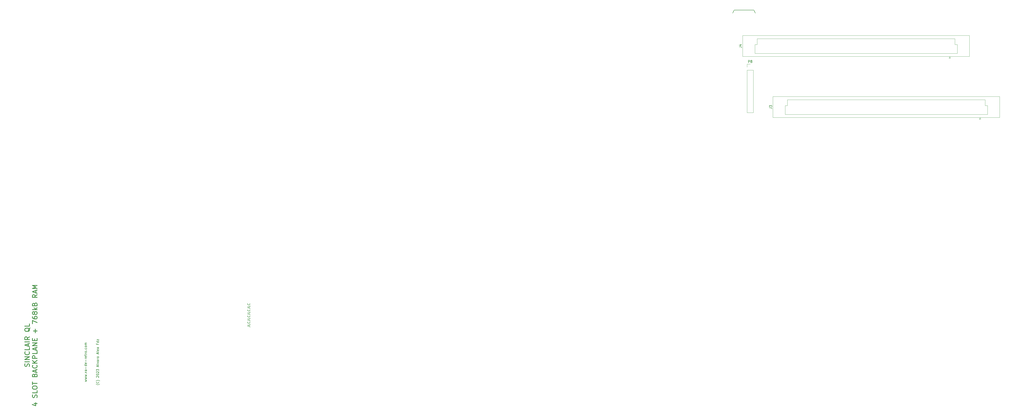
<source format=gbr>
%TF.GenerationSoftware,KiCad,Pcbnew,7.0.11+1*%
%TF.CreationDate,2024-05-02T20:53:07+02:00*%
%TF.ProjectId,Thor_20_backplane,54686f72-5f32-4305-9f62-61636b706c61,0.1*%
%TF.SameCoordinates,Original*%
%TF.FileFunction,Legend,Top*%
%TF.FilePolarity,Positive*%
%FSLAX46Y46*%
G04 Gerber Fmt 4.6, Leading zero omitted, Abs format (unit mm)*
G04 Created by KiCad (PCBNEW 7.0.11+1) date 2024-05-02 20:53:07*
%MOMM*%
%LPD*%
G01*
G04 APERTURE LIST*
%ADD10C,0.150000*%
%ADD11C,0.300000*%
%ADD12C,0.120000*%
G04 APERTURE END LIST*
D10*
X130270000Y-45720000D02*
X130905000Y-44450000D01*
X130905000Y-44450000D02*
X139160000Y-44450000D01*
X139160000Y-44450000D02*
X139795000Y-45720000D01*
X-73475180Y-177339048D02*
X-72760895Y-177339048D01*
X-72760895Y-177339048D02*
X-72618038Y-177386667D01*
X-72618038Y-177386667D02*
X-72522800Y-177481905D01*
X-72522800Y-177481905D02*
X-72475180Y-177624762D01*
X-72475180Y-177624762D02*
X-72475180Y-177720000D01*
X-72475180Y-176386667D02*
X-72475180Y-176862857D01*
X-72475180Y-176862857D02*
X-73475180Y-176862857D01*
X-72570419Y-175481905D02*
X-72522800Y-175529524D01*
X-72522800Y-175529524D02*
X-72475180Y-175672381D01*
X-72475180Y-175672381D02*
X-72475180Y-175767619D01*
X-72475180Y-175767619D02*
X-72522800Y-175910476D01*
X-72522800Y-175910476D02*
X-72618038Y-176005714D01*
X-72618038Y-176005714D02*
X-72713276Y-176053333D01*
X-72713276Y-176053333D02*
X-72903752Y-176100952D01*
X-72903752Y-176100952D02*
X-73046609Y-176100952D01*
X-73046609Y-176100952D02*
X-73237085Y-176053333D01*
X-73237085Y-176053333D02*
X-73332323Y-176005714D01*
X-73332323Y-176005714D02*
X-73427561Y-175910476D01*
X-73427561Y-175910476D02*
X-73475180Y-175767619D01*
X-73475180Y-175767619D02*
X-73475180Y-175672381D01*
X-73475180Y-175672381D02*
X-73427561Y-175529524D01*
X-73427561Y-175529524D02*
X-73379942Y-175481905D01*
X-73475180Y-174767619D02*
X-72760895Y-174767619D01*
X-72760895Y-174767619D02*
X-72618038Y-174815238D01*
X-72618038Y-174815238D02*
X-72522800Y-174910476D01*
X-72522800Y-174910476D02*
X-72475180Y-175053333D01*
X-72475180Y-175053333D02*
X-72475180Y-175148571D01*
X-72475180Y-173815238D02*
X-72475180Y-174291428D01*
X-72475180Y-174291428D02*
X-73475180Y-174291428D01*
X-72570419Y-172910476D02*
X-72522800Y-172958095D01*
X-72522800Y-172958095D02*
X-72475180Y-173100952D01*
X-72475180Y-173100952D02*
X-72475180Y-173196190D01*
X-72475180Y-173196190D02*
X-72522800Y-173339047D01*
X-72522800Y-173339047D02*
X-72618038Y-173434285D01*
X-72618038Y-173434285D02*
X-72713276Y-173481904D01*
X-72713276Y-173481904D02*
X-72903752Y-173529523D01*
X-72903752Y-173529523D02*
X-73046609Y-173529523D01*
X-73046609Y-173529523D02*
X-73237085Y-173481904D01*
X-73237085Y-173481904D02*
X-73332323Y-173434285D01*
X-73332323Y-173434285D02*
X-73427561Y-173339047D01*
X-73427561Y-173339047D02*
X-73475180Y-173196190D01*
X-73475180Y-173196190D02*
X-73475180Y-173100952D01*
X-73475180Y-173100952D02*
X-73427561Y-172958095D01*
X-73427561Y-172958095D02*
X-73379942Y-172910476D01*
X-73475180Y-172196190D02*
X-72760895Y-172196190D01*
X-72760895Y-172196190D02*
X-72618038Y-172243809D01*
X-72618038Y-172243809D02*
X-72522800Y-172339047D01*
X-72522800Y-172339047D02*
X-72475180Y-172481904D01*
X-72475180Y-172481904D02*
X-72475180Y-172577142D01*
X-72475180Y-171243809D02*
X-72475180Y-171719999D01*
X-72475180Y-171719999D02*
X-73475180Y-171719999D01*
X-72570419Y-170339047D02*
X-72522800Y-170386666D01*
X-72522800Y-170386666D02*
X-72475180Y-170529523D01*
X-72475180Y-170529523D02*
X-72475180Y-170624761D01*
X-72475180Y-170624761D02*
X-72522800Y-170767618D01*
X-72522800Y-170767618D02*
X-72618038Y-170862856D01*
X-72618038Y-170862856D02*
X-72713276Y-170910475D01*
X-72713276Y-170910475D02*
X-72903752Y-170958094D01*
X-72903752Y-170958094D02*
X-73046609Y-170958094D01*
X-73046609Y-170958094D02*
X-73237085Y-170910475D01*
X-73237085Y-170910475D02*
X-73332323Y-170862856D01*
X-73332323Y-170862856D02*
X-73427561Y-170767618D01*
X-73427561Y-170767618D02*
X-73475180Y-170624761D01*
X-73475180Y-170624761D02*
X-73475180Y-170529523D01*
X-73475180Y-170529523D02*
X-73427561Y-170386666D01*
X-73427561Y-170386666D02*
X-73379942Y-170339047D01*
X-73475180Y-169624761D02*
X-72760895Y-169624761D01*
X-72760895Y-169624761D02*
X-72618038Y-169672380D01*
X-72618038Y-169672380D02*
X-72522800Y-169767618D01*
X-72522800Y-169767618D02*
X-72475180Y-169910475D01*
X-72475180Y-169910475D02*
X-72475180Y-170005713D01*
X-72475180Y-168672380D02*
X-72475180Y-169148570D01*
X-72475180Y-169148570D02*
X-73475180Y-169148570D01*
X-72570419Y-167767618D02*
X-72522800Y-167815237D01*
X-72522800Y-167815237D02*
X-72475180Y-167958094D01*
X-72475180Y-167958094D02*
X-72475180Y-168053332D01*
X-72475180Y-168053332D02*
X-72522800Y-168196189D01*
X-72522800Y-168196189D02*
X-72618038Y-168291427D01*
X-72618038Y-168291427D02*
X-72713276Y-168339046D01*
X-72713276Y-168339046D02*
X-72903752Y-168386665D01*
X-72903752Y-168386665D02*
X-73046609Y-168386665D01*
X-73046609Y-168386665D02*
X-73237085Y-168339046D01*
X-73237085Y-168339046D02*
X-73332323Y-168291427D01*
X-73332323Y-168291427D02*
X-73427561Y-168196189D01*
X-73427561Y-168196189D02*
X-73475180Y-168053332D01*
X-73475180Y-168053332D02*
X-73475180Y-167958094D01*
X-73475180Y-167958094D02*
X-73427561Y-167815237D01*
X-73427561Y-167815237D02*
X-73379942Y-167767618D01*
D11*
X-165165600Y-194277143D02*
X-165070361Y-193991429D01*
X-165070361Y-193991429D02*
X-165070361Y-193515238D01*
X-165070361Y-193515238D02*
X-165165600Y-193324762D01*
X-165165600Y-193324762D02*
X-165260838Y-193229524D01*
X-165260838Y-193229524D02*
X-165451314Y-193134286D01*
X-165451314Y-193134286D02*
X-165641790Y-193134286D01*
X-165641790Y-193134286D02*
X-165832266Y-193229524D01*
X-165832266Y-193229524D02*
X-165927504Y-193324762D01*
X-165927504Y-193324762D02*
X-166022742Y-193515238D01*
X-166022742Y-193515238D02*
X-166117980Y-193896191D01*
X-166117980Y-193896191D02*
X-166213219Y-194086667D01*
X-166213219Y-194086667D02*
X-166308457Y-194181905D01*
X-166308457Y-194181905D02*
X-166498933Y-194277143D01*
X-166498933Y-194277143D02*
X-166689409Y-194277143D01*
X-166689409Y-194277143D02*
X-166879885Y-194181905D01*
X-166879885Y-194181905D02*
X-166975123Y-194086667D01*
X-166975123Y-194086667D02*
X-167070361Y-193896191D01*
X-167070361Y-193896191D02*
X-167070361Y-193420000D01*
X-167070361Y-193420000D02*
X-166975123Y-193134286D01*
X-165070361Y-192277143D02*
X-167070361Y-192277143D01*
X-165070361Y-191324762D02*
X-167070361Y-191324762D01*
X-167070361Y-191324762D02*
X-165070361Y-190181905D01*
X-165070361Y-190181905D02*
X-167070361Y-190181905D01*
X-165260838Y-188086667D02*
X-165165600Y-188181905D01*
X-165165600Y-188181905D02*
X-165070361Y-188467619D01*
X-165070361Y-188467619D02*
X-165070361Y-188658095D01*
X-165070361Y-188658095D02*
X-165165600Y-188943810D01*
X-165165600Y-188943810D02*
X-165356076Y-189134286D01*
X-165356076Y-189134286D02*
X-165546552Y-189229524D01*
X-165546552Y-189229524D02*
X-165927504Y-189324762D01*
X-165927504Y-189324762D02*
X-166213219Y-189324762D01*
X-166213219Y-189324762D02*
X-166594171Y-189229524D01*
X-166594171Y-189229524D02*
X-166784647Y-189134286D01*
X-166784647Y-189134286D02*
X-166975123Y-188943810D01*
X-166975123Y-188943810D02*
X-167070361Y-188658095D01*
X-167070361Y-188658095D02*
X-167070361Y-188467619D01*
X-167070361Y-188467619D02*
X-166975123Y-188181905D01*
X-166975123Y-188181905D02*
X-166879885Y-188086667D01*
X-165070361Y-186277143D02*
X-165070361Y-187229524D01*
X-165070361Y-187229524D02*
X-167070361Y-187229524D01*
X-165641790Y-185705714D02*
X-165641790Y-184753333D01*
X-165070361Y-185896190D02*
X-167070361Y-185229524D01*
X-167070361Y-185229524D02*
X-165070361Y-184562857D01*
X-165070361Y-183896190D02*
X-167070361Y-183896190D01*
X-165070361Y-181800952D02*
X-166022742Y-182467619D01*
X-165070361Y-182943809D02*
X-167070361Y-182943809D01*
X-167070361Y-182943809D02*
X-167070361Y-182181904D01*
X-167070361Y-182181904D02*
X-166975123Y-181991428D01*
X-166975123Y-181991428D02*
X-166879885Y-181896190D01*
X-166879885Y-181896190D02*
X-166689409Y-181800952D01*
X-166689409Y-181800952D02*
X-166403695Y-181800952D01*
X-166403695Y-181800952D02*
X-166213219Y-181896190D01*
X-166213219Y-181896190D02*
X-166117980Y-181991428D01*
X-166117980Y-181991428D02*
X-166022742Y-182181904D01*
X-166022742Y-182181904D02*
X-166022742Y-182943809D01*
X-164879885Y-178086666D02*
X-164975123Y-178277142D01*
X-164975123Y-178277142D02*
X-165165600Y-178467618D01*
X-165165600Y-178467618D02*
X-165451314Y-178753332D01*
X-165451314Y-178753332D02*
X-165546552Y-178943809D01*
X-165546552Y-178943809D02*
X-165546552Y-179134285D01*
X-165070361Y-179039047D02*
X-165165600Y-179229523D01*
X-165165600Y-179229523D02*
X-165356076Y-179419999D01*
X-165356076Y-179419999D02*
X-165737028Y-179515237D01*
X-165737028Y-179515237D02*
X-166403695Y-179515237D01*
X-166403695Y-179515237D02*
X-166784647Y-179419999D01*
X-166784647Y-179419999D02*
X-166975123Y-179229523D01*
X-166975123Y-179229523D02*
X-167070361Y-179039047D01*
X-167070361Y-179039047D02*
X-167070361Y-178658094D01*
X-167070361Y-178658094D02*
X-166975123Y-178467618D01*
X-166975123Y-178467618D02*
X-166784647Y-178277142D01*
X-166784647Y-178277142D02*
X-166403695Y-178181904D01*
X-166403695Y-178181904D02*
X-165737028Y-178181904D01*
X-165737028Y-178181904D02*
X-165356076Y-178277142D01*
X-165356076Y-178277142D02*
X-165165600Y-178467618D01*
X-165165600Y-178467618D02*
X-165070361Y-178658094D01*
X-165070361Y-178658094D02*
X-165070361Y-179039047D01*
X-165070361Y-176372380D02*
X-165070361Y-177324761D01*
X-165070361Y-177324761D02*
X-167070361Y-177324761D01*
X-163183695Y-209800954D02*
X-161850361Y-209800954D01*
X-163945600Y-210277145D02*
X-162517028Y-210753335D01*
X-162517028Y-210753335D02*
X-162517028Y-209515240D01*
X-161945600Y-207324763D02*
X-161850361Y-207039049D01*
X-161850361Y-207039049D02*
X-161850361Y-206562858D01*
X-161850361Y-206562858D02*
X-161945600Y-206372382D01*
X-161945600Y-206372382D02*
X-162040838Y-206277144D01*
X-162040838Y-206277144D02*
X-162231314Y-206181906D01*
X-162231314Y-206181906D02*
X-162421790Y-206181906D01*
X-162421790Y-206181906D02*
X-162612266Y-206277144D01*
X-162612266Y-206277144D02*
X-162707504Y-206372382D01*
X-162707504Y-206372382D02*
X-162802742Y-206562858D01*
X-162802742Y-206562858D02*
X-162897980Y-206943811D01*
X-162897980Y-206943811D02*
X-162993219Y-207134287D01*
X-162993219Y-207134287D02*
X-163088457Y-207229525D01*
X-163088457Y-207229525D02*
X-163278933Y-207324763D01*
X-163278933Y-207324763D02*
X-163469409Y-207324763D01*
X-163469409Y-207324763D02*
X-163659885Y-207229525D01*
X-163659885Y-207229525D02*
X-163755123Y-207134287D01*
X-163755123Y-207134287D02*
X-163850361Y-206943811D01*
X-163850361Y-206943811D02*
X-163850361Y-206467620D01*
X-163850361Y-206467620D02*
X-163755123Y-206181906D01*
X-161850361Y-204372382D02*
X-161850361Y-205324763D01*
X-161850361Y-205324763D02*
X-163850361Y-205324763D01*
X-163850361Y-203324763D02*
X-163850361Y-202943810D01*
X-163850361Y-202943810D02*
X-163755123Y-202753334D01*
X-163755123Y-202753334D02*
X-163564647Y-202562858D01*
X-163564647Y-202562858D02*
X-163183695Y-202467620D01*
X-163183695Y-202467620D02*
X-162517028Y-202467620D01*
X-162517028Y-202467620D02*
X-162136076Y-202562858D01*
X-162136076Y-202562858D02*
X-161945600Y-202753334D01*
X-161945600Y-202753334D02*
X-161850361Y-202943810D01*
X-161850361Y-202943810D02*
X-161850361Y-203324763D01*
X-161850361Y-203324763D02*
X-161945600Y-203515239D01*
X-161945600Y-203515239D02*
X-162136076Y-203705715D01*
X-162136076Y-203705715D02*
X-162517028Y-203800953D01*
X-162517028Y-203800953D02*
X-163183695Y-203800953D01*
X-163183695Y-203800953D02*
X-163564647Y-203705715D01*
X-163564647Y-203705715D02*
X-163755123Y-203515239D01*
X-163755123Y-203515239D02*
X-163850361Y-203324763D01*
X-163850361Y-201896191D02*
X-163850361Y-200753334D01*
X-161850361Y-201324763D02*
X-163850361Y-201324763D01*
X-162897980Y-197896190D02*
X-162802742Y-197610476D01*
X-162802742Y-197610476D02*
X-162707504Y-197515238D01*
X-162707504Y-197515238D02*
X-162517028Y-197420000D01*
X-162517028Y-197420000D02*
X-162231314Y-197420000D01*
X-162231314Y-197420000D02*
X-162040838Y-197515238D01*
X-162040838Y-197515238D02*
X-161945600Y-197610476D01*
X-161945600Y-197610476D02*
X-161850361Y-197800952D01*
X-161850361Y-197800952D02*
X-161850361Y-198562857D01*
X-161850361Y-198562857D02*
X-163850361Y-198562857D01*
X-163850361Y-198562857D02*
X-163850361Y-197896190D01*
X-163850361Y-197896190D02*
X-163755123Y-197705714D01*
X-163755123Y-197705714D02*
X-163659885Y-197610476D01*
X-163659885Y-197610476D02*
X-163469409Y-197515238D01*
X-163469409Y-197515238D02*
X-163278933Y-197515238D01*
X-163278933Y-197515238D02*
X-163088457Y-197610476D01*
X-163088457Y-197610476D02*
X-162993219Y-197705714D01*
X-162993219Y-197705714D02*
X-162897980Y-197896190D01*
X-162897980Y-197896190D02*
X-162897980Y-198562857D01*
X-162421790Y-196658095D02*
X-162421790Y-195705714D01*
X-161850361Y-196848571D02*
X-163850361Y-196181905D01*
X-163850361Y-196181905D02*
X-161850361Y-195515238D01*
X-162040838Y-193705714D02*
X-161945600Y-193800952D01*
X-161945600Y-193800952D02*
X-161850361Y-194086666D01*
X-161850361Y-194086666D02*
X-161850361Y-194277142D01*
X-161850361Y-194277142D02*
X-161945600Y-194562857D01*
X-161945600Y-194562857D02*
X-162136076Y-194753333D01*
X-162136076Y-194753333D02*
X-162326552Y-194848571D01*
X-162326552Y-194848571D02*
X-162707504Y-194943809D01*
X-162707504Y-194943809D02*
X-162993219Y-194943809D01*
X-162993219Y-194943809D02*
X-163374171Y-194848571D01*
X-163374171Y-194848571D02*
X-163564647Y-194753333D01*
X-163564647Y-194753333D02*
X-163755123Y-194562857D01*
X-163755123Y-194562857D02*
X-163850361Y-194277142D01*
X-163850361Y-194277142D02*
X-163850361Y-194086666D01*
X-163850361Y-194086666D02*
X-163755123Y-193800952D01*
X-163755123Y-193800952D02*
X-163659885Y-193705714D01*
X-161850361Y-192848571D02*
X-163850361Y-192848571D01*
X-161850361Y-191705714D02*
X-162993219Y-192562857D01*
X-163850361Y-191705714D02*
X-162707504Y-192848571D01*
X-161850361Y-190848571D02*
X-163850361Y-190848571D01*
X-163850361Y-190848571D02*
X-163850361Y-190086666D01*
X-163850361Y-190086666D02*
X-163755123Y-189896190D01*
X-163755123Y-189896190D02*
X-163659885Y-189800952D01*
X-163659885Y-189800952D02*
X-163469409Y-189705714D01*
X-163469409Y-189705714D02*
X-163183695Y-189705714D01*
X-163183695Y-189705714D02*
X-162993219Y-189800952D01*
X-162993219Y-189800952D02*
X-162897980Y-189896190D01*
X-162897980Y-189896190D02*
X-162802742Y-190086666D01*
X-162802742Y-190086666D02*
X-162802742Y-190848571D01*
X-161850361Y-187896190D02*
X-161850361Y-188848571D01*
X-161850361Y-188848571D02*
X-163850361Y-188848571D01*
X-162421790Y-187324761D02*
X-162421790Y-186372380D01*
X-161850361Y-187515237D02*
X-163850361Y-186848571D01*
X-163850361Y-186848571D02*
X-161850361Y-186181904D01*
X-161850361Y-185515237D02*
X-163850361Y-185515237D01*
X-163850361Y-185515237D02*
X-161850361Y-184372380D01*
X-161850361Y-184372380D02*
X-163850361Y-184372380D01*
X-162897980Y-183419999D02*
X-162897980Y-182753332D01*
X-161850361Y-182467618D02*
X-161850361Y-183419999D01*
X-161850361Y-183419999D02*
X-163850361Y-183419999D01*
X-163850361Y-183419999D02*
X-163850361Y-182467618D01*
X-162612266Y-180086665D02*
X-162612266Y-178562856D01*
X-161850361Y-179324760D02*
X-163374171Y-179324760D01*
X-163850361Y-176277141D02*
X-163850361Y-174943808D01*
X-163850361Y-174943808D02*
X-161850361Y-175800951D01*
X-163850361Y-173324760D02*
X-163850361Y-173705713D01*
X-163850361Y-173705713D02*
X-163755123Y-173896189D01*
X-163755123Y-173896189D02*
X-163659885Y-173991427D01*
X-163659885Y-173991427D02*
X-163374171Y-174181903D01*
X-163374171Y-174181903D02*
X-162993219Y-174277141D01*
X-162993219Y-174277141D02*
X-162231314Y-174277141D01*
X-162231314Y-174277141D02*
X-162040838Y-174181903D01*
X-162040838Y-174181903D02*
X-161945600Y-174086665D01*
X-161945600Y-174086665D02*
X-161850361Y-173896189D01*
X-161850361Y-173896189D02*
X-161850361Y-173515236D01*
X-161850361Y-173515236D02*
X-161945600Y-173324760D01*
X-161945600Y-173324760D02*
X-162040838Y-173229522D01*
X-162040838Y-173229522D02*
X-162231314Y-173134284D01*
X-162231314Y-173134284D02*
X-162707504Y-173134284D01*
X-162707504Y-173134284D02*
X-162897980Y-173229522D01*
X-162897980Y-173229522D02*
X-162993219Y-173324760D01*
X-162993219Y-173324760D02*
X-163088457Y-173515236D01*
X-163088457Y-173515236D02*
X-163088457Y-173896189D01*
X-163088457Y-173896189D02*
X-162993219Y-174086665D01*
X-162993219Y-174086665D02*
X-162897980Y-174181903D01*
X-162897980Y-174181903D02*
X-162707504Y-174277141D01*
X-162993219Y-171991427D02*
X-163088457Y-172181903D01*
X-163088457Y-172181903D02*
X-163183695Y-172277141D01*
X-163183695Y-172277141D02*
X-163374171Y-172372379D01*
X-163374171Y-172372379D02*
X-163469409Y-172372379D01*
X-163469409Y-172372379D02*
X-163659885Y-172277141D01*
X-163659885Y-172277141D02*
X-163755123Y-172181903D01*
X-163755123Y-172181903D02*
X-163850361Y-171991427D01*
X-163850361Y-171991427D02*
X-163850361Y-171610474D01*
X-163850361Y-171610474D02*
X-163755123Y-171419998D01*
X-163755123Y-171419998D02*
X-163659885Y-171324760D01*
X-163659885Y-171324760D02*
X-163469409Y-171229522D01*
X-163469409Y-171229522D02*
X-163374171Y-171229522D01*
X-163374171Y-171229522D02*
X-163183695Y-171324760D01*
X-163183695Y-171324760D02*
X-163088457Y-171419998D01*
X-163088457Y-171419998D02*
X-162993219Y-171610474D01*
X-162993219Y-171610474D02*
X-162993219Y-171991427D01*
X-162993219Y-171991427D02*
X-162897980Y-172181903D01*
X-162897980Y-172181903D02*
X-162802742Y-172277141D01*
X-162802742Y-172277141D02*
X-162612266Y-172372379D01*
X-162612266Y-172372379D02*
X-162231314Y-172372379D01*
X-162231314Y-172372379D02*
X-162040838Y-172277141D01*
X-162040838Y-172277141D02*
X-161945600Y-172181903D01*
X-161945600Y-172181903D02*
X-161850361Y-171991427D01*
X-161850361Y-171991427D02*
X-161850361Y-171610474D01*
X-161850361Y-171610474D02*
X-161945600Y-171419998D01*
X-161945600Y-171419998D02*
X-162040838Y-171324760D01*
X-162040838Y-171324760D02*
X-162231314Y-171229522D01*
X-162231314Y-171229522D02*
X-162612266Y-171229522D01*
X-162612266Y-171229522D02*
X-162802742Y-171324760D01*
X-162802742Y-171324760D02*
X-162897980Y-171419998D01*
X-162897980Y-171419998D02*
X-162993219Y-171610474D01*
X-161850361Y-170372379D02*
X-163850361Y-170372379D01*
X-162612266Y-170181903D02*
X-161850361Y-169610474D01*
X-163183695Y-169610474D02*
X-162421790Y-170372379D01*
X-162897980Y-168086664D02*
X-162802742Y-167800950D01*
X-162802742Y-167800950D02*
X-162707504Y-167705712D01*
X-162707504Y-167705712D02*
X-162517028Y-167610474D01*
X-162517028Y-167610474D02*
X-162231314Y-167610474D01*
X-162231314Y-167610474D02*
X-162040838Y-167705712D01*
X-162040838Y-167705712D02*
X-161945600Y-167800950D01*
X-161945600Y-167800950D02*
X-161850361Y-167991426D01*
X-161850361Y-167991426D02*
X-161850361Y-168753331D01*
X-161850361Y-168753331D02*
X-163850361Y-168753331D01*
X-163850361Y-168753331D02*
X-163850361Y-168086664D01*
X-163850361Y-168086664D02*
X-163755123Y-167896188D01*
X-163755123Y-167896188D02*
X-163659885Y-167800950D01*
X-163659885Y-167800950D02*
X-163469409Y-167705712D01*
X-163469409Y-167705712D02*
X-163278933Y-167705712D01*
X-163278933Y-167705712D02*
X-163088457Y-167800950D01*
X-163088457Y-167800950D02*
X-162993219Y-167896188D01*
X-162993219Y-167896188D02*
X-162897980Y-168086664D01*
X-162897980Y-168086664D02*
X-162897980Y-168753331D01*
X-161850361Y-164086664D02*
X-162802742Y-164753331D01*
X-161850361Y-165229521D02*
X-163850361Y-165229521D01*
X-163850361Y-165229521D02*
X-163850361Y-164467616D01*
X-163850361Y-164467616D02*
X-163755123Y-164277140D01*
X-163755123Y-164277140D02*
X-163659885Y-164181902D01*
X-163659885Y-164181902D02*
X-163469409Y-164086664D01*
X-163469409Y-164086664D02*
X-163183695Y-164086664D01*
X-163183695Y-164086664D02*
X-162993219Y-164181902D01*
X-162993219Y-164181902D02*
X-162897980Y-164277140D01*
X-162897980Y-164277140D02*
X-162802742Y-164467616D01*
X-162802742Y-164467616D02*
X-162802742Y-165229521D01*
X-162421790Y-163324759D02*
X-162421790Y-162372378D01*
X-161850361Y-163515235D02*
X-163850361Y-162848569D01*
X-163850361Y-162848569D02*
X-161850361Y-162181902D01*
X-161850361Y-161515235D02*
X-163850361Y-161515235D01*
X-163850361Y-161515235D02*
X-162421790Y-160848568D01*
X-162421790Y-160848568D02*
X-163850361Y-160181902D01*
X-163850361Y-160181902D02*
X-161850361Y-160181902D01*
D10*
X-141721847Y-200595475D02*
X-141055180Y-200404999D01*
X-141055180Y-200404999D02*
X-141531371Y-200214523D01*
X-141531371Y-200214523D02*
X-141055180Y-200024047D01*
X-141055180Y-200024047D02*
X-141721847Y-199833571D01*
X-141721847Y-199547856D02*
X-141055180Y-199357380D01*
X-141055180Y-199357380D02*
X-141531371Y-199166904D01*
X-141531371Y-199166904D02*
X-141055180Y-198976428D01*
X-141055180Y-198976428D02*
X-141721847Y-198785952D01*
X-141721847Y-198500237D02*
X-141055180Y-198309761D01*
X-141055180Y-198309761D02*
X-141531371Y-198119285D01*
X-141531371Y-198119285D02*
X-141055180Y-197928809D01*
X-141055180Y-197928809D02*
X-141721847Y-197738333D01*
X-141150419Y-197357380D02*
X-141102800Y-197309761D01*
X-141102800Y-197309761D02*
X-141055180Y-197357380D01*
X-141055180Y-197357380D02*
X-141102800Y-197404999D01*
X-141102800Y-197404999D02*
X-141150419Y-197357380D01*
X-141150419Y-197357380D02*
X-141055180Y-197357380D01*
X-141721847Y-196976428D02*
X-141055180Y-196738333D01*
X-141055180Y-196738333D02*
X-141721847Y-196500238D01*
X-141055180Y-195690714D02*
X-141578990Y-195690714D01*
X-141578990Y-195690714D02*
X-141674228Y-195738333D01*
X-141674228Y-195738333D02*
X-141721847Y-195833571D01*
X-141721847Y-195833571D02*
X-141721847Y-196024047D01*
X-141721847Y-196024047D02*
X-141674228Y-196119285D01*
X-141102800Y-195690714D02*
X-141055180Y-195785952D01*
X-141055180Y-195785952D02*
X-141055180Y-196024047D01*
X-141055180Y-196024047D02*
X-141102800Y-196119285D01*
X-141102800Y-196119285D02*
X-141198038Y-196166904D01*
X-141198038Y-196166904D02*
X-141293276Y-196166904D01*
X-141293276Y-196166904D02*
X-141388514Y-196119285D01*
X-141388514Y-196119285D02*
X-141436133Y-196024047D01*
X-141436133Y-196024047D02*
X-141436133Y-195785952D01*
X-141436133Y-195785952D02*
X-141483752Y-195690714D01*
X-141436133Y-195214523D02*
X-141436133Y-194452619D01*
X-141055180Y-193547857D02*
X-142055180Y-193547857D01*
X-141102800Y-193547857D02*
X-141055180Y-193643095D01*
X-141055180Y-193643095D02*
X-141055180Y-193833571D01*
X-141055180Y-193833571D02*
X-141102800Y-193928809D01*
X-141102800Y-193928809D02*
X-141150419Y-193976428D01*
X-141150419Y-193976428D02*
X-141245657Y-194024047D01*
X-141245657Y-194024047D02*
X-141531371Y-194024047D01*
X-141531371Y-194024047D02*
X-141626609Y-193976428D01*
X-141626609Y-193976428D02*
X-141674228Y-193928809D01*
X-141674228Y-193928809D02*
X-141721847Y-193833571D01*
X-141721847Y-193833571D02*
X-141721847Y-193643095D01*
X-141721847Y-193643095D02*
X-141674228Y-193547857D01*
X-141102800Y-192690714D02*
X-141055180Y-192785952D01*
X-141055180Y-192785952D02*
X-141055180Y-192976428D01*
X-141055180Y-192976428D02*
X-141102800Y-193071666D01*
X-141102800Y-193071666D02*
X-141198038Y-193119285D01*
X-141198038Y-193119285D02*
X-141578990Y-193119285D01*
X-141578990Y-193119285D02*
X-141674228Y-193071666D01*
X-141674228Y-193071666D02*
X-141721847Y-192976428D01*
X-141721847Y-192976428D02*
X-141721847Y-192785952D01*
X-141721847Y-192785952D02*
X-141674228Y-192690714D01*
X-141674228Y-192690714D02*
X-141578990Y-192643095D01*
X-141578990Y-192643095D02*
X-141483752Y-192643095D01*
X-141483752Y-192643095D02*
X-141388514Y-193119285D01*
X-141436133Y-192214523D02*
X-141436133Y-191452619D01*
X-141055180Y-190976428D02*
X-141721847Y-190976428D01*
X-141531371Y-190976428D02*
X-141626609Y-190928809D01*
X-141626609Y-190928809D02*
X-141674228Y-190881190D01*
X-141674228Y-190881190D02*
X-141721847Y-190785952D01*
X-141721847Y-190785952D02*
X-141721847Y-190690714D01*
X-141102800Y-189976428D02*
X-141055180Y-190071666D01*
X-141055180Y-190071666D02*
X-141055180Y-190262142D01*
X-141055180Y-190262142D02*
X-141102800Y-190357380D01*
X-141102800Y-190357380D02*
X-141198038Y-190404999D01*
X-141198038Y-190404999D02*
X-141578990Y-190404999D01*
X-141578990Y-190404999D02*
X-141674228Y-190357380D01*
X-141674228Y-190357380D02*
X-141721847Y-190262142D01*
X-141721847Y-190262142D02*
X-141721847Y-190071666D01*
X-141721847Y-190071666D02*
X-141674228Y-189976428D01*
X-141674228Y-189976428D02*
X-141578990Y-189928809D01*
X-141578990Y-189928809D02*
X-141483752Y-189928809D01*
X-141483752Y-189928809D02*
X-141388514Y-190404999D01*
X-141721847Y-189643094D02*
X-141721847Y-189262142D01*
X-142055180Y-189500237D02*
X-141198038Y-189500237D01*
X-141198038Y-189500237D02*
X-141102800Y-189452618D01*
X-141102800Y-189452618D02*
X-141055180Y-189357380D01*
X-141055180Y-189357380D02*
X-141055180Y-189262142D01*
X-141055180Y-188928808D02*
X-141721847Y-188928808D01*
X-141531371Y-188928808D02*
X-141626609Y-188881189D01*
X-141626609Y-188881189D02*
X-141674228Y-188833570D01*
X-141674228Y-188833570D02*
X-141721847Y-188738332D01*
X-141721847Y-188738332D02*
X-141721847Y-188643094D01*
X-141055180Y-188166903D02*
X-141102800Y-188262141D01*
X-141102800Y-188262141D02*
X-141150419Y-188309760D01*
X-141150419Y-188309760D02*
X-141245657Y-188357379D01*
X-141245657Y-188357379D02*
X-141531371Y-188357379D01*
X-141531371Y-188357379D02*
X-141626609Y-188309760D01*
X-141626609Y-188309760D02*
X-141674228Y-188262141D01*
X-141674228Y-188262141D02*
X-141721847Y-188166903D01*
X-141721847Y-188166903D02*
X-141721847Y-188024046D01*
X-141721847Y-188024046D02*
X-141674228Y-187928808D01*
X-141674228Y-187928808D02*
X-141626609Y-187881189D01*
X-141626609Y-187881189D02*
X-141531371Y-187833570D01*
X-141531371Y-187833570D02*
X-141245657Y-187833570D01*
X-141245657Y-187833570D02*
X-141150419Y-187881189D01*
X-141150419Y-187881189D02*
X-141102800Y-187928808D01*
X-141102800Y-187928808D02*
X-141055180Y-188024046D01*
X-141055180Y-188024046D02*
X-141055180Y-188166903D01*
X-141150419Y-187404998D02*
X-141102800Y-187357379D01*
X-141102800Y-187357379D02*
X-141055180Y-187404998D01*
X-141055180Y-187404998D02*
X-141102800Y-187452617D01*
X-141102800Y-187452617D02*
X-141150419Y-187404998D01*
X-141150419Y-187404998D02*
X-141055180Y-187404998D01*
X-141102800Y-186500237D02*
X-141055180Y-186595475D01*
X-141055180Y-186595475D02*
X-141055180Y-186785951D01*
X-141055180Y-186785951D02*
X-141102800Y-186881189D01*
X-141102800Y-186881189D02*
X-141150419Y-186928808D01*
X-141150419Y-186928808D02*
X-141245657Y-186976427D01*
X-141245657Y-186976427D02*
X-141531371Y-186976427D01*
X-141531371Y-186976427D02*
X-141626609Y-186928808D01*
X-141626609Y-186928808D02*
X-141674228Y-186881189D01*
X-141674228Y-186881189D02*
X-141721847Y-186785951D01*
X-141721847Y-186785951D02*
X-141721847Y-186595475D01*
X-141721847Y-186595475D02*
X-141674228Y-186500237D01*
X-141055180Y-185928808D02*
X-141102800Y-186024046D01*
X-141102800Y-186024046D02*
X-141150419Y-186071665D01*
X-141150419Y-186071665D02*
X-141245657Y-186119284D01*
X-141245657Y-186119284D02*
X-141531371Y-186119284D01*
X-141531371Y-186119284D02*
X-141626609Y-186071665D01*
X-141626609Y-186071665D02*
X-141674228Y-186024046D01*
X-141674228Y-186024046D02*
X-141721847Y-185928808D01*
X-141721847Y-185928808D02*
X-141721847Y-185785951D01*
X-141721847Y-185785951D02*
X-141674228Y-185690713D01*
X-141674228Y-185690713D02*
X-141626609Y-185643094D01*
X-141626609Y-185643094D02*
X-141531371Y-185595475D01*
X-141531371Y-185595475D02*
X-141245657Y-185595475D01*
X-141245657Y-185595475D02*
X-141150419Y-185643094D01*
X-141150419Y-185643094D02*
X-141102800Y-185690713D01*
X-141102800Y-185690713D02*
X-141055180Y-185785951D01*
X-141055180Y-185785951D02*
X-141055180Y-185928808D01*
X-141055180Y-185166903D02*
X-141721847Y-185166903D01*
X-141626609Y-185166903D02*
X-141674228Y-185119284D01*
X-141674228Y-185119284D02*
X-141721847Y-185024046D01*
X-141721847Y-185024046D02*
X-141721847Y-184881189D01*
X-141721847Y-184881189D02*
X-141674228Y-184785951D01*
X-141674228Y-184785951D02*
X-141578990Y-184738332D01*
X-141578990Y-184738332D02*
X-141055180Y-184738332D01*
X-141578990Y-184738332D02*
X-141674228Y-184690713D01*
X-141674228Y-184690713D02*
X-141721847Y-184595475D01*
X-141721847Y-184595475D02*
X-141721847Y-184452618D01*
X-141721847Y-184452618D02*
X-141674228Y-184357379D01*
X-141674228Y-184357379D02*
X-141578990Y-184309760D01*
X-141578990Y-184309760D02*
X-141055180Y-184309760D01*
X-135594228Y-201619287D02*
X-135641847Y-201666906D01*
X-135641847Y-201666906D02*
X-135784704Y-201762144D01*
X-135784704Y-201762144D02*
X-135879942Y-201809763D01*
X-135879942Y-201809763D02*
X-136022800Y-201857382D01*
X-136022800Y-201857382D02*
X-136260895Y-201905001D01*
X-136260895Y-201905001D02*
X-136451371Y-201905001D01*
X-136451371Y-201905001D02*
X-136689466Y-201857382D01*
X-136689466Y-201857382D02*
X-136832323Y-201809763D01*
X-136832323Y-201809763D02*
X-136927561Y-201762144D01*
X-136927561Y-201762144D02*
X-137070419Y-201666906D01*
X-137070419Y-201666906D02*
X-137118038Y-201619287D01*
X-136070419Y-200666906D02*
X-136022800Y-200714525D01*
X-136022800Y-200714525D02*
X-135975180Y-200857382D01*
X-135975180Y-200857382D02*
X-135975180Y-200952620D01*
X-135975180Y-200952620D02*
X-136022800Y-201095477D01*
X-136022800Y-201095477D02*
X-136118038Y-201190715D01*
X-136118038Y-201190715D02*
X-136213276Y-201238334D01*
X-136213276Y-201238334D02*
X-136403752Y-201285953D01*
X-136403752Y-201285953D02*
X-136546609Y-201285953D01*
X-136546609Y-201285953D02*
X-136737085Y-201238334D01*
X-136737085Y-201238334D02*
X-136832323Y-201190715D01*
X-136832323Y-201190715D02*
X-136927561Y-201095477D01*
X-136927561Y-201095477D02*
X-136975180Y-200952620D01*
X-136975180Y-200952620D02*
X-136975180Y-200857382D01*
X-136975180Y-200857382D02*
X-136927561Y-200714525D01*
X-136927561Y-200714525D02*
X-136879942Y-200666906D01*
X-135594228Y-200333572D02*
X-135641847Y-200285953D01*
X-135641847Y-200285953D02*
X-135784704Y-200190715D01*
X-135784704Y-200190715D02*
X-135879942Y-200143096D01*
X-135879942Y-200143096D02*
X-136022800Y-200095477D01*
X-136022800Y-200095477D02*
X-136260895Y-200047858D01*
X-136260895Y-200047858D02*
X-136451371Y-200047858D01*
X-136451371Y-200047858D02*
X-136689466Y-200095477D01*
X-136689466Y-200095477D02*
X-136832323Y-200143096D01*
X-136832323Y-200143096D02*
X-136927561Y-200190715D01*
X-136927561Y-200190715D02*
X-137070419Y-200285953D01*
X-137070419Y-200285953D02*
X-137118038Y-200333572D01*
X-136879942Y-198857381D02*
X-136927561Y-198809762D01*
X-136927561Y-198809762D02*
X-136975180Y-198714524D01*
X-136975180Y-198714524D02*
X-136975180Y-198476429D01*
X-136975180Y-198476429D02*
X-136927561Y-198381191D01*
X-136927561Y-198381191D02*
X-136879942Y-198333572D01*
X-136879942Y-198333572D02*
X-136784704Y-198285953D01*
X-136784704Y-198285953D02*
X-136689466Y-198285953D01*
X-136689466Y-198285953D02*
X-136546609Y-198333572D01*
X-136546609Y-198333572D02*
X-135975180Y-198905000D01*
X-135975180Y-198905000D02*
X-135975180Y-198285953D01*
X-136975180Y-197666905D02*
X-136975180Y-197571667D01*
X-136975180Y-197571667D02*
X-136927561Y-197476429D01*
X-136927561Y-197476429D02*
X-136879942Y-197428810D01*
X-136879942Y-197428810D02*
X-136784704Y-197381191D01*
X-136784704Y-197381191D02*
X-136594228Y-197333572D01*
X-136594228Y-197333572D02*
X-136356133Y-197333572D01*
X-136356133Y-197333572D02*
X-136165657Y-197381191D01*
X-136165657Y-197381191D02*
X-136070419Y-197428810D01*
X-136070419Y-197428810D02*
X-136022800Y-197476429D01*
X-136022800Y-197476429D02*
X-135975180Y-197571667D01*
X-135975180Y-197571667D02*
X-135975180Y-197666905D01*
X-135975180Y-197666905D02*
X-136022800Y-197762143D01*
X-136022800Y-197762143D02*
X-136070419Y-197809762D01*
X-136070419Y-197809762D02*
X-136165657Y-197857381D01*
X-136165657Y-197857381D02*
X-136356133Y-197905000D01*
X-136356133Y-197905000D02*
X-136594228Y-197905000D01*
X-136594228Y-197905000D02*
X-136784704Y-197857381D01*
X-136784704Y-197857381D02*
X-136879942Y-197809762D01*
X-136879942Y-197809762D02*
X-136927561Y-197762143D01*
X-136927561Y-197762143D02*
X-136975180Y-197666905D01*
X-136879942Y-196952619D02*
X-136927561Y-196905000D01*
X-136927561Y-196905000D02*
X-136975180Y-196809762D01*
X-136975180Y-196809762D02*
X-136975180Y-196571667D01*
X-136975180Y-196571667D02*
X-136927561Y-196476429D01*
X-136927561Y-196476429D02*
X-136879942Y-196428810D01*
X-136879942Y-196428810D02*
X-136784704Y-196381191D01*
X-136784704Y-196381191D02*
X-136689466Y-196381191D01*
X-136689466Y-196381191D02*
X-136546609Y-196428810D01*
X-136546609Y-196428810D02*
X-135975180Y-197000238D01*
X-135975180Y-197000238D02*
X-135975180Y-196381191D01*
X-136975180Y-196047857D02*
X-136975180Y-195428810D01*
X-136975180Y-195428810D02*
X-136594228Y-195762143D01*
X-136594228Y-195762143D02*
X-136594228Y-195619286D01*
X-136594228Y-195619286D02*
X-136546609Y-195524048D01*
X-136546609Y-195524048D02*
X-136498990Y-195476429D01*
X-136498990Y-195476429D02*
X-136403752Y-195428810D01*
X-136403752Y-195428810D02*
X-136165657Y-195428810D01*
X-136165657Y-195428810D02*
X-136070419Y-195476429D01*
X-136070419Y-195476429D02*
X-136022800Y-195524048D01*
X-136022800Y-195524048D02*
X-135975180Y-195619286D01*
X-135975180Y-195619286D02*
X-135975180Y-195905000D01*
X-135975180Y-195905000D02*
X-136022800Y-196000238D01*
X-136022800Y-196000238D02*
X-136070419Y-196047857D01*
X-136260895Y-194285952D02*
X-136260895Y-193809762D01*
X-135975180Y-194381190D02*
X-136975180Y-194047857D01*
X-136975180Y-194047857D02*
X-135975180Y-193714524D01*
X-135975180Y-193238333D02*
X-136022800Y-193333571D01*
X-136022800Y-193333571D02*
X-136118038Y-193381190D01*
X-136118038Y-193381190D02*
X-136975180Y-193381190D01*
X-136641847Y-192952618D02*
X-135975180Y-192714523D01*
X-135975180Y-192714523D02*
X-136641847Y-192476428D01*
X-135975180Y-191666904D02*
X-136498990Y-191666904D01*
X-136498990Y-191666904D02*
X-136594228Y-191714523D01*
X-136594228Y-191714523D02*
X-136641847Y-191809761D01*
X-136641847Y-191809761D02*
X-136641847Y-192000237D01*
X-136641847Y-192000237D02*
X-136594228Y-192095475D01*
X-136022800Y-191666904D02*
X-135975180Y-191762142D01*
X-135975180Y-191762142D02*
X-135975180Y-192000237D01*
X-135975180Y-192000237D02*
X-136022800Y-192095475D01*
X-136022800Y-192095475D02*
X-136118038Y-192143094D01*
X-136118038Y-192143094D02*
X-136213276Y-192143094D01*
X-136213276Y-192143094D02*
X-136308514Y-192095475D01*
X-136308514Y-192095475D02*
X-136356133Y-192000237D01*
X-136356133Y-192000237D02*
X-136356133Y-191762142D01*
X-136356133Y-191762142D02*
X-136403752Y-191666904D01*
X-135975180Y-191190713D02*
X-136641847Y-191190713D01*
X-136451371Y-191190713D02*
X-136546609Y-191143094D01*
X-136546609Y-191143094D02*
X-136594228Y-191095475D01*
X-136594228Y-191095475D02*
X-136641847Y-191000237D01*
X-136641847Y-191000237D02*
X-136641847Y-190904999D01*
X-135975180Y-190428808D02*
X-136022800Y-190524046D01*
X-136022800Y-190524046D02*
X-136070419Y-190571665D01*
X-136070419Y-190571665D02*
X-136165657Y-190619284D01*
X-136165657Y-190619284D02*
X-136451371Y-190619284D01*
X-136451371Y-190619284D02*
X-136546609Y-190571665D01*
X-136546609Y-190571665D02*
X-136594228Y-190524046D01*
X-136594228Y-190524046D02*
X-136641847Y-190428808D01*
X-136641847Y-190428808D02*
X-136641847Y-190285951D01*
X-136641847Y-190285951D02*
X-136594228Y-190190713D01*
X-136594228Y-190190713D02*
X-136546609Y-190143094D01*
X-136546609Y-190143094D02*
X-136451371Y-190095475D01*
X-136451371Y-190095475D02*
X-136165657Y-190095475D01*
X-136165657Y-190095475D02*
X-136070419Y-190143094D01*
X-136070419Y-190143094D02*
X-136022800Y-190190713D01*
X-136022800Y-190190713D02*
X-135975180Y-190285951D01*
X-135975180Y-190285951D02*
X-135975180Y-190428808D01*
X-136260895Y-188952617D02*
X-136260895Y-188476427D01*
X-135975180Y-189047855D02*
X-136975180Y-188714522D01*
X-136975180Y-188714522D02*
X-135975180Y-188381189D01*
X-135975180Y-187904998D02*
X-136022800Y-188000236D01*
X-136022800Y-188000236D02*
X-136118038Y-188047855D01*
X-136118038Y-188047855D02*
X-136975180Y-188047855D01*
X-136022800Y-187143093D02*
X-135975180Y-187238331D01*
X-135975180Y-187238331D02*
X-135975180Y-187428807D01*
X-135975180Y-187428807D02*
X-136022800Y-187524045D01*
X-136022800Y-187524045D02*
X-136118038Y-187571664D01*
X-136118038Y-187571664D02*
X-136498990Y-187571664D01*
X-136498990Y-187571664D02*
X-136594228Y-187524045D01*
X-136594228Y-187524045D02*
X-136641847Y-187428807D01*
X-136641847Y-187428807D02*
X-136641847Y-187238331D01*
X-136641847Y-187238331D02*
X-136594228Y-187143093D01*
X-136594228Y-187143093D02*
X-136498990Y-187095474D01*
X-136498990Y-187095474D02*
X-136403752Y-187095474D01*
X-136403752Y-187095474D02*
X-136308514Y-187571664D01*
X-135975180Y-186238331D02*
X-136498990Y-186238331D01*
X-136498990Y-186238331D02*
X-136594228Y-186285950D01*
X-136594228Y-186285950D02*
X-136641847Y-186381188D01*
X-136641847Y-186381188D02*
X-136641847Y-186571664D01*
X-136641847Y-186571664D02*
X-136594228Y-186666902D01*
X-136022800Y-186238331D02*
X-135975180Y-186333569D01*
X-135975180Y-186333569D02*
X-135975180Y-186571664D01*
X-135975180Y-186571664D02*
X-136022800Y-186666902D01*
X-136022800Y-186666902D02*
X-136118038Y-186714521D01*
X-136118038Y-186714521D02*
X-136213276Y-186714521D01*
X-136213276Y-186714521D02*
X-136308514Y-186666902D01*
X-136308514Y-186666902D02*
X-136356133Y-186571664D01*
X-136356133Y-186571664D02*
X-136356133Y-186333569D01*
X-136356133Y-186333569D02*
X-136403752Y-186238331D01*
X-136498990Y-184666902D02*
X-136498990Y-185000235D01*
X-135975180Y-185000235D02*
X-136975180Y-185000235D01*
X-136975180Y-185000235D02*
X-136975180Y-184524045D01*
X-135975180Y-183714521D02*
X-136975180Y-183714521D01*
X-136022800Y-183714521D02*
X-135975180Y-183809759D01*
X-135975180Y-183809759D02*
X-135975180Y-184000235D01*
X-135975180Y-184000235D02*
X-136022800Y-184095473D01*
X-136022800Y-184095473D02*
X-136070419Y-184143092D01*
X-136070419Y-184143092D02*
X-136165657Y-184190711D01*
X-136165657Y-184190711D02*
X-136451371Y-184190711D01*
X-136451371Y-184190711D02*
X-136546609Y-184143092D01*
X-136546609Y-184143092D02*
X-136594228Y-184095473D01*
X-136594228Y-184095473D02*
X-136641847Y-184000235D01*
X-136641847Y-184000235D02*
X-136641847Y-183809759D01*
X-136641847Y-183809759D02*
X-136594228Y-183714521D01*
X-136641847Y-183333568D02*
X-136641847Y-182809759D01*
X-136641847Y-182809759D02*
X-135975180Y-183333568D01*
X-135975180Y-183333568D02*
X-135975180Y-182809759D01*
X133040819Y-59896333D02*
X133755104Y-59896333D01*
X133755104Y-59896333D02*
X133897961Y-59943952D01*
X133897961Y-59943952D02*
X133993200Y-60039190D01*
X133993200Y-60039190D02*
X134040819Y-60182047D01*
X134040819Y-60182047D02*
X134040819Y-60277285D01*
X133374152Y-58991571D02*
X134040819Y-58991571D01*
X132993200Y-59229666D02*
X133707485Y-59467761D01*
X133707485Y-59467761D02*
X133707485Y-58848714D01*
X145740819Y-85550333D02*
X146455104Y-85550333D01*
X146455104Y-85550333D02*
X146597961Y-85597952D01*
X146597961Y-85597952D02*
X146693200Y-85693190D01*
X146693200Y-85693190D02*
X146740819Y-85836047D01*
X146740819Y-85836047D02*
X146740819Y-85931285D01*
X145740819Y-85169380D02*
X145740819Y-84550333D01*
X145740819Y-84550333D02*
X146121771Y-84883666D01*
X146121771Y-84883666D02*
X146121771Y-84740809D01*
X146121771Y-84740809D02*
X146169390Y-84645571D01*
X146169390Y-84645571D02*
X146217009Y-84597952D01*
X146217009Y-84597952D02*
X146312247Y-84550333D01*
X146312247Y-84550333D02*
X146550342Y-84550333D01*
X146550342Y-84550333D02*
X146645580Y-84597952D01*
X146645580Y-84597952D02*
X146693200Y-84645571D01*
X146693200Y-84645571D02*
X146740819Y-84740809D01*
X146740819Y-84740809D02*
X146740819Y-85026523D01*
X146740819Y-85026523D02*
X146693200Y-85121761D01*
X146693200Y-85121761D02*
X146645580Y-85169380D01*
X136897905Y-66577819D02*
X136897905Y-65577819D01*
X136897905Y-65577819D02*
X137278857Y-65577819D01*
X137278857Y-65577819D02*
X137374095Y-65625438D01*
X137374095Y-65625438D02*
X137421714Y-65673057D01*
X137421714Y-65673057D02*
X137469333Y-65768295D01*
X137469333Y-65768295D02*
X137469333Y-65911152D01*
X137469333Y-65911152D02*
X137421714Y-66006390D01*
X137421714Y-66006390D02*
X137374095Y-66054009D01*
X137374095Y-66054009D02*
X137278857Y-66101628D01*
X137278857Y-66101628D02*
X136897905Y-66101628D01*
X138040762Y-66006390D02*
X137945524Y-65958771D01*
X137945524Y-65958771D02*
X137897905Y-65911152D01*
X137897905Y-65911152D02*
X137850286Y-65815914D01*
X137850286Y-65815914D02*
X137850286Y-65768295D01*
X137850286Y-65768295D02*
X137897905Y-65673057D01*
X137897905Y-65673057D02*
X137945524Y-65625438D01*
X137945524Y-65625438D02*
X138040762Y-65577819D01*
X138040762Y-65577819D02*
X138231238Y-65577819D01*
X138231238Y-65577819D02*
X138326476Y-65625438D01*
X138326476Y-65625438D02*
X138374095Y-65673057D01*
X138374095Y-65673057D02*
X138421714Y-65768295D01*
X138421714Y-65768295D02*
X138421714Y-65815914D01*
X138421714Y-65815914D02*
X138374095Y-65911152D01*
X138374095Y-65911152D02*
X138326476Y-65958771D01*
X138326476Y-65958771D02*
X138231238Y-66006390D01*
X138231238Y-66006390D02*
X138040762Y-66006390D01*
X138040762Y-66006390D02*
X137945524Y-66054009D01*
X137945524Y-66054009D02*
X137897905Y-66101628D01*
X137897905Y-66101628D02*
X137850286Y-66196866D01*
X137850286Y-66196866D02*
X137850286Y-66387342D01*
X137850286Y-66387342D02*
X137897905Y-66482580D01*
X137897905Y-66482580D02*
X137945524Y-66530200D01*
X137945524Y-66530200D02*
X138040762Y-66577819D01*
X138040762Y-66577819D02*
X138231238Y-66577819D01*
X138231238Y-66577819D02*
X138326476Y-66530200D01*
X138326476Y-66530200D02*
X138374095Y-66482580D01*
X138374095Y-66482580D02*
X138421714Y-66387342D01*
X138421714Y-66387342D02*
X138421714Y-66196866D01*
X138421714Y-66196866D02*
X138374095Y-66101628D01*
X138374095Y-66101628D02*
X138326476Y-66054009D01*
X138326476Y-66054009D02*
X138231238Y-66006390D01*
D12*
%TO.C,J4*%
X221156000Y-64688000D02*
X221756000Y-64688000D01*
X221756000Y-64688000D02*
X221456000Y-64008000D01*
X221456000Y-64008000D02*
X221156000Y-64688000D01*
X134476000Y-63973000D02*
X134476000Y-55153000D01*
X229696000Y-63973000D02*
X134476000Y-63973000D01*
X139585000Y-62663000D02*
X139585000Y-58963000D01*
X224586000Y-62663000D02*
X139585000Y-62663000D01*
X139585000Y-58963000D02*
X140585000Y-58963000D01*
X140585000Y-58963000D02*
X140585000Y-56463000D01*
X223586000Y-58963000D02*
X224586000Y-58963000D01*
X224586000Y-58963000D02*
X224586000Y-62663000D01*
X140585000Y-56463000D02*
X223586000Y-56463000D01*
X223586000Y-56463000D02*
X223586000Y-58963000D01*
X134476000Y-55153000D02*
X229696000Y-55153000D01*
X229696000Y-55153000D02*
X229696000Y-63973000D01*
%TO.C,J3*%
X233856000Y-90342000D02*
X234456000Y-90342000D01*
X234456000Y-90342000D02*
X234156000Y-89662000D01*
X234156000Y-89662000D02*
X233856000Y-90342000D01*
X147176000Y-89627000D02*
X147176000Y-80807000D01*
X242396000Y-89627000D02*
X147176000Y-89627000D01*
X152285000Y-88317000D02*
X152285000Y-84617000D01*
X237286000Y-88317000D02*
X152285000Y-88317000D01*
X152285000Y-84617000D02*
X153285000Y-84617000D01*
X153285000Y-84617000D02*
X153285000Y-82117000D01*
X236286000Y-84617000D02*
X237286000Y-84617000D01*
X237286000Y-84617000D02*
X237286000Y-88317000D01*
X153285000Y-82117000D02*
X236286000Y-82117000D01*
X236286000Y-82117000D02*
X236286000Y-84617000D01*
X147176000Y-80807000D02*
X242396000Y-80807000D01*
X242396000Y-80807000D02*
X242396000Y-89627000D01*
%TO.C,P8*%
X136306000Y-67123000D02*
X137636000Y-67123000D01*
X136306000Y-68453000D02*
X136306000Y-67123000D01*
X136306000Y-69723000D02*
X136306000Y-87563000D01*
X136306000Y-69723000D02*
X138966000Y-69723000D01*
X136306000Y-87563000D02*
X138966000Y-87563000D01*
X138966000Y-69723000D02*
X138966000Y-87563000D01*
%TD*%
M02*

</source>
